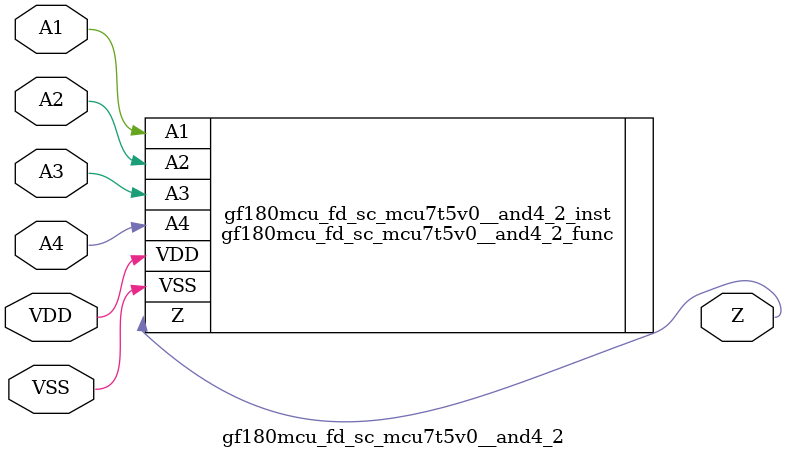
<source format=v>

module gf180mcu_fd_sc_mcu7t5v0__and4_2( A1, A2, A3, A4, Z, VDD, VSS );
input A1, A2, A3, A4;
inout VDD, VSS;
output Z;

   `ifdef FUNCTIONAL  //  functional //

	gf180mcu_fd_sc_mcu7t5v0__and4_2_func gf180mcu_fd_sc_mcu7t5v0__and4_2_behav_inst(.A1(A1),.A2(A2),.A3(A3),.A4(A4),.Z(Z),.VDD(VDD),.VSS(VSS));

   `else

	gf180mcu_fd_sc_mcu7t5v0__and4_2_func gf180mcu_fd_sc_mcu7t5v0__and4_2_inst(.A1(A1),.A2(A2),.A3(A3),.A4(A4),.Z(Z),.VDD(VDD),.VSS(VSS));

	// spec_gates_begin


	// spec_gates_end



   specify

	// specify_block_begin

	// comb arc A1 --> Z
	 (A1 => Z) = (1.0,1.0);

	// comb arc A2 --> Z
	 (A2 => Z) = (1.0,1.0);

	// comb arc A3 --> Z
	 (A3 => Z) = (1.0,1.0);

	// comb arc A4 --> Z
	 (A4 => Z) = (1.0,1.0);

	// specify_block_end

   endspecify

   `endif

endmodule

</source>
